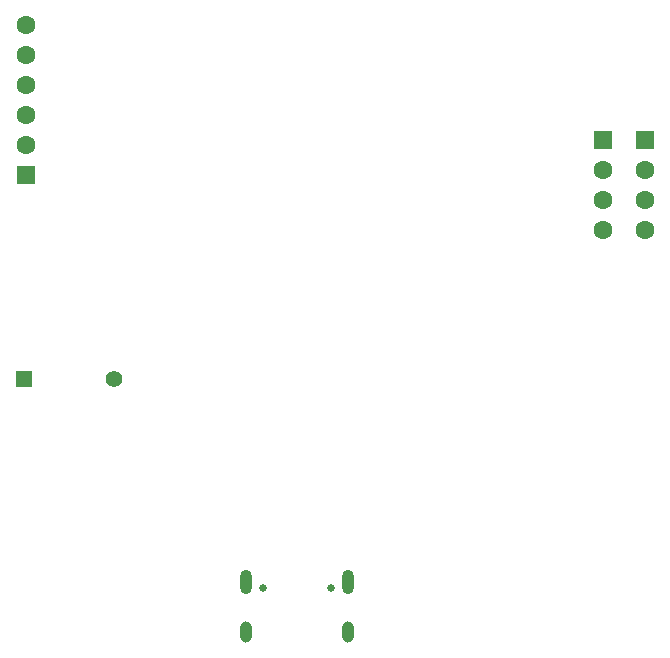
<source format=gbr>
%TF.GenerationSoftware,Altium Limited,Altium Designer,22.1.2 (22)*%
G04 Layer_Color=255*
%FSLAX45Y45*%
%MOMM*%
%TF.SameCoordinates,487542E7-F005-4C77-86B1-A0AEE8F943D7*%
%TF.FilePolarity,Positive*%
%TF.FileFunction,Pads,Bot*%
%TF.Part,Single*%
G01*
G75*
%TA.AperFunction,ComponentPad*%
%ADD30R,1.40000X1.40000*%
%ADD31C,1.40000*%
%ADD32C,1.60000*%
%ADD33R,1.60000X1.60000*%
%ADD34C,0.65000*%
G04:AMPARAMS|DCode=35|XSize=1mm|YSize=1.8mm|CornerRadius=0.5mm|HoleSize=0mm|Usage=FLASHONLY|Rotation=0.000|XOffset=0mm|YOffset=0mm|HoleType=Round|Shape=RoundedRectangle|*
%AMROUNDEDRECTD35*
21,1,1.00000,0.80000,0,0,0.0*
21,1,0.00000,1.80000,0,0,0.0*
1,1,1.00000,0.00000,-0.40000*
1,1,1.00000,0.00000,-0.40000*
1,1,1.00000,0.00000,0.40000*
1,1,1.00000,0.00000,0.40000*
%
%ADD35ROUNDEDRECTD35*%
G04:AMPARAMS|DCode=36|XSize=1mm|YSize=2.1mm|CornerRadius=0.5mm|HoleSize=0mm|Usage=FLASHONLY|Rotation=0.000|XOffset=0mm|YOffset=0mm|HoleType=Round|Shape=RoundedRectangle|*
%AMROUNDEDRECTD36*
21,1,1.00000,1.10000,0,0,0.0*
21,1,0.00000,2.10000,0,0,0.0*
1,1,1.00000,0.00000,-0.55000*
1,1,1.00000,0.00000,-0.55000*
1,1,1.00000,0.00000,0.55000*
1,1,1.00000,0.00000,0.55000*
%
%ADD36ROUNDEDRECTD36*%
D30*
X7392400Y4953000D02*
D03*
D31*
X8152400D02*
D03*
D32*
X12649200Y6210300D02*
D03*
Y6464300D02*
D03*
Y6718300D02*
D03*
X7404100Y7442200D02*
D03*
Y6934200D02*
D03*
Y7188200D02*
D03*
Y7696200D02*
D03*
Y7950200D02*
D03*
X12293600Y6210300D02*
D03*
Y6464300D02*
D03*
Y6718300D02*
D03*
D33*
X12649200Y6972300D02*
D03*
X7404100Y6680200D02*
D03*
X12293600Y6972300D02*
D03*
D34*
X9413800Y3181500D02*
D03*
X9991800D02*
D03*
D35*
X10134800Y2813500D02*
D03*
X9270800D02*
D03*
D36*
X10134800Y3231500D02*
D03*
X9270800D02*
D03*
%TF.MD5,076f39e959071a1ced424b5c46e4736b*%
M02*

</source>
